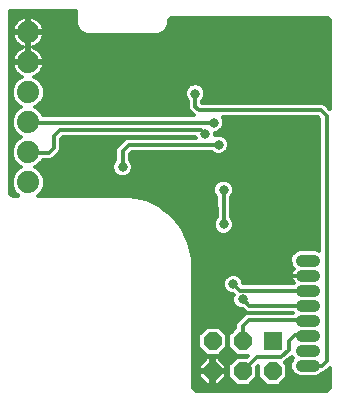
<source format=gbl>
G75*
%MOIN*%
%OFA0B0*%
%FSLAX25Y25*%
%IPPOS*%
%LPD*%
%AMOC8*
5,1,8,0,0,1.08239X$1,22.5*
%
%ADD10C,0.04000*%
%ADD11R,0.06000X0.06000*%
%ADD12OC8,0.06000*%
%ADD13C,0.07400*%
%ADD14C,0.01200*%
%ADD15C,0.03169*%
D10*
X0127438Y0017033D02*
X0131438Y0017033D01*
X0131438Y0022033D02*
X0127438Y0022033D01*
X0127438Y0027033D02*
X0131438Y0027033D01*
X0131438Y0032033D02*
X0127438Y0032033D01*
X0127438Y0037033D02*
X0131438Y0037033D01*
X0131438Y0042033D02*
X0127438Y0042033D01*
X0127438Y0047033D02*
X0131438Y0047033D01*
X0131438Y0052033D02*
X0127438Y0052033D01*
D11*
X0117725Y0025167D03*
D12*
X0107725Y0025167D03*
X0097725Y0025167D03*
X0097725Y0015167D03*
X0107725Y0015167D03*
X0117725Y0015167D03*
D13*
X0036225Y0078167D03*
X0036225Y0088167D03*
X0036225Y0098167D03*
X0036225Y0108167D03*
X0036225Y0118167D03*
X0036225Y0128167D03*
D14*
X0075449Y0072495D02*
X0080229Y0070193D01*
X0080229Y0070193D01*
X0084377Y0066885D01*
X0084377Y0066885D01*
X0087684Y0062737D01*
X0087684Y0062737D01*
X0089986Y0057957D01*
X0089986Y0057957D01*
X0091167Y0052785D01*
X0091167Y0009867D01*
X0091189Y0009643D01*
X0091361Y0009227D01*
X0091679Y0008909D01*
X0092095Y0008737D01*
X0092320Y0008715D01*
X0135627Y0008715D01*
X0135852Y0008737D01*
X0136267Y0008909D01*
X0136585Y0009227D01*
X0136757Y0009643D01*
X0136779Y0009867D01*
X0136779Y0016327D01*
X0135451Y0014998D01*
X0134569Y0014633D01*
X0134412Y0014633D01*
X0133590Y0013811D01*
X0132194Y0013233D01*
X0126682Y0013233D01*
X0125285Y0013811D01*
X0124216Y0014880D01*
X0123638Y0016277D01*
X0123638Y0017789D01*
X0124216Y0019185D01*
X0124564Y0019533D01*
X0124216Y0019880D01*
X0124213Y0019889D01*
X0121973Y0018120D01*
X0121766Y0017914D01*
X0122525Y0017155D01*
X0122525Y0013178D01*
X0119713Y0010367D01*
X0115737Y0010367D01*
X0112925Y0013178D01*
X0112925Y0016973D01*
X0112525Y0016573D01*
X0112525Y0013178D01*
X0109713Y0010367D01*
X0105737Y0010367D01*
X0102925Y0013178D01*
X0102925Y0017155D01*
X0105737Y0019967D01*
X0109131Y0019967D01*
X0109531Y0020367D01*
X0105737Y0020367D01*
X0102925Y0023178D01*
X0102925Y0027155D01*
X0105282Y0029512D01*
X0105282Y0030601D01*
X0105647Y0031483D01*
X0106322Y0032158D01*
X0106322Y0032158D01*
X0107690Y0033526D01*
X0108366Y0034201D01*
X0109248Y0034567D01*
X0124530Y0034567D01*
X0124464Y0034633D01*
X0109382Y0034633D01*
X0108499Y0034998D01*
X0107715Y0035782D01*
X0107052Y0035782D01*
X0105808Y0036298D01*
X0104856Y0037250D01*
X0104341Y0038493D01*
X0104341Y0039840D01*
X0104712Y0040736D01*
X0104615Y0040832D01*
X0103952Y0040832D01*
X0102708Y0041348D01*
X0101756Y0042300D01*
X0101241Y0043543D01*
X0101241Y0044890D01*
X0101756Y0046134D01*
X0102708Y0047086D01*
X0103952Y0047601D01*
X0105298Y0047601D01*
X0106542Y0047086D01*
X0107494Y0046134D01*
X0108009Y0044890D01*
X0108009Y0044433D01*
X0124464Y0044433D01*
X0124705Y0044674D01*
X0124641Y0044738D01*
X0124247Y0045328D01*
X0123976Y0045983D01*
X0123838Y0046678D01*
X0123838Y0047033D01*
X0131438Y0047033D01*
X0131438Y0047033D01*
X0123838Y0047033D01*
X0123838Y0047387D01*
X0123976Y0048083D01*
X0124247Y0048738D01*
X0124641Y0049328D01*
X0124705Y0049391D01*
X0124216Y0049880D01*
X0123638Y0051277D01*
X0123638Y0052789D01*
X0124216Y0054185D01*
X0125285Y0055254D01*
X0126682Y0055833D01*
X0132194Y0055833D01*
X0133325Y0055364D01*
X0133325Y0099173D01*
X0132731Y0099767D01*
X0101134Y0099767D01*
X0101559Y0098740D01*
X0101559Y0097393D01*
X0101044Y0096150D01*
X0100092Y0095198D01*
X0098848Y0094682D01*
X0098609Y0094682D01*
X0098609Y0093868D01*
X0099052Y0094051D01*
X0100398Y0094051D01*
X0101642Y0093536D01*
X0102594Y0092584D01*
X0103109Y0091340D01*
X0103109Y0089993D01*
X0102594Y0088750D01*
X0101642Y0087798D01*
X0100398Y0087282D01*
X0099052Y0087282D01*
X0097808Y0087798D01*
X0097339Y0088267D01*
X0070719Y0088267D01*
X0070125Y0087673D01*
X0070125Y0085553D01*
X0070594Y0085084D01*
X0071109Y0083840D01*
X0071109Y0082493D01*
X0070594Y0081250D01*
X0069642Y0080298D01*
X0068398Y0079782D01*
X0067052Y0079782D01*
X0065808Y0080298D01*
X0064856Y0081250D01*
X0064341Y0082493D01*
X0064341Y0083840D01*
X0064856Y0085084D01*
X0065325Y0085553D01*
X0065325Y0089144D01*
X0065690Y0090026D01*
X0066366Y0090701D01*
X0068366Y0092701D01*
X0069248Y0093067D01*
X0092059Y0093067D01*
X0091976Y0093267D01*
X0047719Y0093267D01*
X0047125Y0092673D01*
X0047125Y0089189D01*
X0046760Y0088307D01*
X0046085Y0087632D01*
X0045083Y0086630D01*
X0044407Y0085955D01*
X0043525Y0085589D01*
X0041111Y0085589D01*
X0040888Y0085051D01*
X0039341Y0083504D01*
X0038526Y0083167D01*
X0039341Y0082829D01*
X0040888Y0081282D01*
X0041725Y0079261D01*
X0041725Y0077073D01*
X0040888Y0075051D01*
X0039512Y0073675D01*
X0070277Y0073675D01*
X0075449Y0072495D01*
X0075449Y0072495D01*
X0074701Y0072665D02*
X0098988Y0072665D01*
X0098985Y0073249D02*
X0099015Y0066492D01*
X0098556Y0066034D01*
X0098041Y0064790D01*
X0098041Y0063443D01*
X0098556Y0062200D01*
X0099508Y0061248D01*
X0100752Y0060732D01*
X0102098Y0060732D01*
X0103342Y0061248D01*
X0104294Y0062200D01*
X0104809Y0063443D01*
X0104809Y0064790D01*
X0104294Y0066034D01*
X0103815Y0066513D01*
X0103785Y0073270D01*
X0104244Y0073729D01*
X0104759Y0074973D01*
X0104759Y0076319D01*
X0104244Y0077563D01*
X0103292Y0078515D01*
X0102048Y0079030D01*
X0100702Y0079030D01*
X0099458Y0078515D01*
X0098506Y0077563D01*
X0097991Y0076319D01*
X0097991Y0074973D01*
X0098506Y0073729D01*
X0098985Y0073249D01*
X0098450Y0073864D02*
X0039701Y0073864D01*
X0040892Y0075062D02*
X0097991Y0075062D01*
X0097991Y0076261D02*
X0041389Y0076261D01*
X0041725Y0077459D02*
X0098463Y0077459D01*
X0099804Y0078658D02*
X0041725Y0078658D01*
X0041478Y0079856D02*
X0066873Y0079856D01*
X0068577Y0079856D02*
X0133325Y0079856D01*
X0133325Y0078658D02*
X0102946Y0078658D01*
X0104287Y0077459D02*
X0133325Y0077459D01*
X0133325Y0076261D02*
X0104759Y0076261D01*
X0104759Y0075062D02*
X0133325Y0075062D01*
X0133325Y0073864D02*
X0104300Y0073864D01*
X0103788Y0072665D02*
X0133325Y0072665D01*
X0133325Y0071467D02*
X0103793Y0071467D01*
X0103798Y0070268D02*
X0133325Y0070268D01*
X0133325Y0069070D02*
X0103804Y0069070D01*
X0103809Y0067871D02*
X0133325Y0067871D01*
X0133325Y0066673D02*
X0103814Y0066673D01*
X0104526Y0065474D02*
X0133325Y0065474D01*
X0133325Y0064276D02*
X0104809Y0064276D01*
X0104658Y0063077D02*
X0133325Y0063077D01*
X0133325Y0061879D02*
X0103973Y0061879D01*
X0101425Y0064117D02*
X0101375Y0075646D01*
X0098993Y0071467D02*
X0077583Y0071467D01*
X0080072Y0070268D02*
X0098998Y0070268D01*
X0099004Y0069070D02*
X0081637Y0069070D01*
X0083140Y0067871D02*
X0099009Y0067871D01*
X0099014Y0066673D02*
X0084546Y0066673D01*
X0085502Y0065474D02*
X0098324Y0065474D01*
X0098041Y0064276D02*
X0086457Y0064276D01*
X0087413Y0063077D02*
X0098192Y0063077D01*
X0098877Y0061879D02*
X0088098Y0061879D01*
X0088675Y0060680D02*
X0133325Y0060680D01*
X0133325Y0059482D02*
X0089252Y0059482D01*
X0089829Y0058283D02*
X0133325Y0058283D01*
X0133325Y0057085D02*
X0090185Y0057085D01*
X0090459Y0055886D02*
X0133325Y0055886D01*
X0124719Y0054688D02*
X0090733Y0054688D01*
X0091006Y0053489D02*
X0123928Y0053489D01*
X0123638Y0052291D02*
X0091167Y0052291D01*
X0091167Y0051092D02*
X0123714Y0051092D01*
X0124211Y0049894D02*
X0091167Y0049894D01*
X0091167Y0048695D02*
X0124230Y0048695D01*
X0123859Y0047497D02*
X0105550Y0047497D01*
X0103700Y0047497D02*
X0091167Y0047497D01*
X0091167Y0046298D02*
X0101921Y0046298D01*
X0101328Y0045100D02*
X0091167Y0045100D01*
X0091167Y0043901D02*
X0101241Y0043901D01*
X0101589Y0042703D02*
X0091167Y0042703D01*
X0091167Y0041504D02*
X0102552Y0041504D01*
X0104534Y0040306D02*
X0091167Y0040306D01*
X0091167Y0039107D02*
X0104341Y0039107D01*
X0104583Y0037909D02*
X0091167Y0037909D01*
X0091167Y0036710D02*
X0105396Y0036710D01*
X0107986Y0035512D02*
X0091167Y0035512D01*
X0091167Y0034313D02*
X0108635Y0034313D01*
X0107279Y0033115D02*
X0091167Y0033115D01*
X0091167Y0031916D02*
X0106080Y0031916D01*
X0105330Y0030718D02*
X0091167Y0030718D01*
X0091167Y0029519D02*
X0095289Y0029519D01*
X0095737Y0029967D02*
X0092925Y0027155D01*
X0092925Y0023178D01*
X0095737Y0020367D01*
X0099713Y0020367D01*
X0102525Y0023178D01*
X0102525Y0027155D01*
X0099713Y0029967D01*
X0095737Y0029967D01*
X0094091Y0028321D02*
X0091167Y0028321D01*
X0091167Y0027122D02*
X0092925Y0027122D01*
X0092925Y0025923D02*
X0091167Y0025923D01*
X0091167Y0024725D02*
X0092925Y0024725D01*
X0092925Y0023526D02*
X0091167Y0023526D01*
X0091167Y0022328D02*
X0093776Y0022328D01*
X0094974Y0021129D02*
X0091167Y0021129D01*
X0091167Y0019931D02*
X0105701Y0019931D01*
X0104974Y0021129D02*
X0100476Y0021129D01*
X0099630Y0019767D02*
X0098125Y0019767D01*
X0098125Y0015567D01*
X0097325Y0015567D01*
X0097325Y0019767D01*
X0095820Y0019767D01*
X0093125Y0017072D01*
X0093125Y0015567D01*
X0097325Y0015567D01*
X0097325Y0014767D01*
X0093125Y0014767D01*
X0093125Y0013261D01*
X0095820Y0010567D01*
X0097325Y0010567D01*
X0097325Y0014767D01*
X0098125Y0014767D01*
X0098125Y0015567D01*
X0102325Y0015567D01*
X0102325Y0017072D01*
X0099630Y0019767D01*
X0100665Y0018732D02*
X0104503Y0018732D01*
X0103304Y0017534D02*
X0101863Y0017534D01*
X0102325Y0016335D02*
X0102925Y0016335D01*
X0102925Y0015137D02*
X0098125Y0015137D01*
X0098125Y0014767D02*
X0102325Y0014767D01*
X0102325Y0013261D01*
X0099630Y0010567D01*
X0098125Y0010567D01*
X0098125Y0014767D01*
X0098125Y0013938D02*
X0097325Y0013938D01*
X0097325Y0012740D02*
X0098125Y0012740D01*
X0098125Y0011541D02*
X0097325Y0011541D01*
X0100605Y0011541D02*
X0104562Y0011541D01*
X0103364Y0012740D02*
X0101804Y0012740D01*
X0102325Y0013938D02*
X0102925Y0013938D01*
X0098125Y0016335D02*
X0097325Y0016335D01*
X0097325Y0015137D02*
X0091167Y0015137D01*
X0091167Y0016335D02*
X0093125Y0016335D01*
X0093587Y0017534D02*
X0091167Y0017534D01*
X0091167Y0018732D02*
X0094785Y0018732D01*
X0097325Y0018732D02*
X0098125Y0018732D01*
X0098125Y0017534D02*
X0097325Y0017534D01*
X0101675Y0022328D02*
X0103776Y0022328D01*
X0102925Y0023526D02*
X0102525Y0023526D01*
X0102525Y0024725D02*
X0102925Y0024725D01*
X0102925Y0025923D02*
X0102525Y0025923D01*
X0102525Y0027122D02*
X0102925Y0027122D01*
X0104091Y0028321D02*
X0101359Y0028321D01*
X0100161Y0029519D02*
X0105282Y0029519D01*
X0107682Y0030123D02*
X0107682Y0025210D01*
X0107725Y0025167D01*
X0107682Y0030123D02*
X0109725Y0032167D01*
X0131304Y0032167D01*
X0131438Y0032033D01*
X0131304Y0027167D02*
X0125225Y0027167D01*
X0123225Y0025167D01*
X0123225Y0022167D01*
X0120375Y0019917D01*
X0112475Y0019917D01*
X0107725Y0015167D01*
X0107922Y0015167D01*
X0112525Y0015137D02*
X0112925Y0015137D01*
X0112925Y0016335D02*
X0112525Y0016335D01*
X0112525Y0013938D02*
X0112925Y0013938D01*
X0113364Y0012740D02*
X0112086Y0012740D01*
X0110888Y0011541D02*
X0114562Y0011541D01*
X0120888Y0011541D02*
X0136779Y0011541D01*
X0136779Y0010343D02*
X0091167Y0010343D01*
X0091167Y0011541D02*
X0094845Y0011541D01*
X0093646Y0012740D02*
X0091167Y0012740D01*
X0091167Y0013938D02*
X0093125Y0013938D01*
X0091444Y0009144D02*
X0136502Y0009144D01*
X0136779Y0012740D02*
X0122086Y0012740D01*
X0122525Y0013938D02*
X0125158Y0013938D01*
X0124110Y0015137D02*
X0122525Y0015137D01*
X0122525Y0016335D02*
X0123638Y0016335D01*
X0123638Y0017534D02*
X0122146Y0017534D01*
X0122748Y0018732D02*
X0124029Y0018732D01*
X0131438Y0017033D02*
X0134091Y0017033D01*
X0135725Y0018667D01*
X0135725Y0100167D01*
X0133725Y0102167D01*
X0093129Y0102167D01*
X0091926Y0103370D01*
X0091926Y0107266D01*
X0091925Y0107717D01*
X0094326Y0105331D02*
X0094794Y0105800D01*
X0095309Y0107043D01*
X0095309Y0108390D01*
X0094794Y0109634D01*
X0093842Y0110586D01*
X0092598Y0111101D01*
X0091252Y0111101D01*
X0090008Y0110586D01*
X0089056Y0109634D01*
X0088541Y0108390D01*
X0088541Y0107043D01*
X0089056Y0105800D01*
X0089526Y0105330D01*
X0089526Y0102892D01*
X0089891Y0102010D01*
X0090566Y0101335D01*
X0091435Y0100467D01*
X0041226Y0100467D01*
X0040888Y0101282D01*
X0039341Y0102829D01*
X0038526Y0103167D01*
X0039341Y0103504D01*
X0040888Y0105051D01*
X0041725Y0107073D01*
X0041725Y0109261D01*
X0040888Y0111282D01*
X0039341Y0112829D01*
X0038284Y0113267D01*
X0039003Y0113634D01*
X0039678Y0114124D01*
X0040268Y0114714D01*
X0040758Y0115389D01*
X0041137Y0116132D01*
X0041395Y0116926D01*
X0041525Y0117750D01*
X0041525Y0117767D01*
X0036625Y0117767D01*
X0036625Y0118567D01*
X0035825Y0118567D01*
X0035825Y0122867D01*
X0035825Y0127767D01*
X0030925Y0127767D01*
X0030925Y0127750D01*
X0031056Y0126926D01*
X0031313Y0126132D01*
X0031692Y0125389D01*
X0032182Y0124714D01*
X0032772Y0124124D01*
X0033447Y0123634D01*
X0034191Y0123255D01*
X0034462Y0123167D01*
X0034191Y0123078D01*
X0033447Y0122700D01*
X0032772Y0122209D01*
X0032182Y0121619D01*
X0031692Y0120944D01*
X0031313Y0120201D01*
X0031056Y0119408D01*
X0030925Y0118584D01*
X0030925Y0118567D01*
X0035825Y0118567D01*
X0035825Y0117767D01*
X0030925Y0117767D01*
X0030925Y0117750D01*
X0031056Y0116926D01*
X0031313Y0116132D01*
X0031692Y0115389D01*
X0032182Y0114714D01*
X0032772Y0114124D01*
X0033447Y0113634D01*
X0034167Y0113267D01*
X0033110Y0112829D01*
X0031562Y0111282D01*
X0030725Y0109261D01*
X0030725Y0107073D01*
X0031562Y0105051D01*
X0033110Y0103504D01*
X0033924Y0103167D01*
X0033110Y0102829D01*
X0031562Y0101282D01*
X0030725Y0099261D01*
X0030725Y0097073D01*
X0031562Y0095051D01*
X0033110Y0093504D01*
X0033924Y0093167D01*
X0033110Y0092829D01*
X0031562Y0091282D01*
X0030725Y0089261D01*
X0030725Y0087073D01*
X0031562Y0085051D01*
X0033110Y0083504D01*
X0033924Y0083167D01*
X0033110Y0082829D01*
X0031562Y0081282D01*
X0030725Y0079261D01*
X0030725Y0077073D01*
X0031562Y0075051D01*
X0032938Y0073675D01*
X0031296Y0073675D01*
X0031071Y0073697D01*
X0031071Y0073697D01*
X0030655Y0073870D01*
X0030337Y0074188D01*
X0030165Y0074603D01*
X0030143Y0074828D01*
X0030143Y0135167D01*
X0052134Y0135167D01*
X0052134Y0130969D01*
X0052857Y0129222D01*
X0054194Y0127885D01*
X0054194Y0127885D01*
X0055941Y0127162D01*
X0079485Y0127162D01*
X0081232Y0127885D01*
X0082569Y0129222D01*
X0082569Y0129222D01*
X0083293Y0130969D01*
X0083293Y0131915D01*
X0083315Y0132140D01*
X0083487Y0132555D01*
X0083805Y0132873D01*
X0084221Y0133045D01*
X0084446Y0133067D01*
X0135627Y0133067D01*
X0135852Y0133045D01*
X0136267Y0132873D01*
X0136585Y0132555D01*
X0136757Y0132140D01*
X0136779Y0131915D01*
X0136779Y0102506D01*
X0135760Y0103526D01*
X0135085Y0104201D01*
X0134202Y0104567D01*
X0094326Y0104567D01*
X0094326Y0105331D01*
X0094326Y0105025D02*
X0136779Y0105025D01*
X0136779Y0103827D02*
X0135459Y0103827D01*
X0136658Y0102628D02*
X0136779Y0102628D01*
X0136779Y0106224D02*
X0094970Y0106224D01*
X0095309Y0107422D02*
X0136779Y0107422D01*
X0136779Y0108621D02*
X0095214Y0108621D01*
X0094608Y0109819D02*
X0136779Y0109819D01*
X0136779Y0111018D02*
X0092799Y0111018D01*
X0091051Y0111018D02*
X0040997Y0111018D01*
X0041494Y0109819D02*
X0089242Y0109819D01*
X0088636Y0108621D02*
X0041725Y0108621D01*
X0041725Y0107422D02*
X0088541Y0107422D01*
X0088880Y0106224D02*
X0041373Y0106224D01*
X0040862Y0105025D02*
X0089526Y0105025D01*
X0089526Y0103827D02*
X0039663Y0103827D01*
X0039542Y0102628D02*
X0089635Y0102628D01*
X0090472Y0101430D02*
X0040740Y0101430D01*
X0036225Y0098167D02*
X0036225Y0098067D01*
X0098175Y0098067D01*
X0101245Y0096636D02*
X0133325Y0096636D01*
X0133325Y0097834D02*
X0101559Y0097834D01*
X0101438Y0099033D02*
X0133325Y0099033D01*
X0133325Y0095437D02*
X0100332Y0095437D01*
X0098609Y0094239D02*
X0133325Y0094239D01*
X0133325Y0093040D02*
X0102138Y0093040D01*
X0102901Y0091842D02*
X0133325Y0091842D01*
X0133325Y0090643D02*
X0103109Y0090643D01*
X0102882Y0089445D02*
X0133325Y0089445D01*
X0133325Y0088246D02*
X0102091Y0088246D01*
X0099725Y0090667D02*
X0069725Y0090667D01*
X0067725Y0088667D01*
X0067725Y0083167D01*
X0070774Y0084651D02*
X0133325Y0084651D01*
X0133325Y0085849D02*
X0070125Y0085849D01*
X0070125Y0087048D02*
X0133325Y0087048D01*
X0133325Y0083452D02*
X0071109Y0083452D01*
X0071010Y0082254D02*
X0133325Y0082254D01*
X0133325Y0081055D02*
X0070399Y0081055D01*
X0065051Y0081055D02*
X0040982Y0081055D01*
X0039916Y0082254D02*
X0064440Y0082254D01*
X0064341Y0083452D02*
X0039215Y0083452D01*
X0040487Y0084651D02*
X0064677Y0084651D01*
X0065325Y0085849D02*
X0044152Y0085849D01*
X0045500Y0087048D02*
X0065325Y0087048D01*
X0065325Y0088246D02*
X0046699Y0088246D01*
X0047125Y0089445D02*
X0065450Y0089445D01*
X0066307Y0090643D02*
X0047125Y0090643D01*
X0047125Y0091842D02*
X0067506Y0091842D01*
X0069184Y0093040D02*
X0047493Y0093040D01*
X0046725Y0095667D02*
X0044725Y0093667D01*
X0044725Y0089667D01*
X0043048Y0087989D01*
X0036402Y0087989D01*
X0036225Y0088167D01*
X0030725Y0088246D02*
X0030143Y0088246D01*
X0030143Y0087048D02*
X0030735Y0087048D01*
X0031232Y0085849D02*
X0030143Y0085849D01*
X0030143Y0084651D02*
X0031963Y0084651D01*
X0033235Y0083452D02*
X0030143Y0083452D01*
X0030143Y0082254D02*
X0032534Y0082254D01*
X0031468Y0081055D02*
X0030143Y0081055D01*
X0030143Y0079856D02*
X0030972Y0079856D01*
X0030725Y0078658D02*
X0030143Y0078658D01*
X0030143Y0077459D02*
X0030725Y0077459D01*
X0031061Y0076261D02*
X0030143Y0076261D01*
X0030143Y0075062D02*
X0031558Y0075062D01*
X0030669Y0073864D02*
X0032750Y0073864D01*
X0030801Y0089445D02*
X0030143Y0089445D01*
X0030143Y0090643D02*
X0031298Y0090643D01*
X0032122Y0091842D02*
X0030143Y0091842D01*
X0030143Y0093040D02*
X0033618Y0093040D01*
X0032375Y0094239D02*
X0030143Y0094239D01*
X0030143Y0095437D02*
X0031403Y0095437D01*
X0030906Y0096636D02*
X0030143Y0096636D01*
X0030143Y0097834D02*
X0030725Y0097834D01*
X0030725Y0099033D02*
X0030143Y0099033D01*
X0030143Y0100231D02*
X0031127Y0100231D01*
X0031710Y0101430D02*
X0030143Y0101430D01*
X0030143Y0102628D02*
X0032908Y0102628D01*
X0032787Y0103827D02*
X0030143Y0103827D01*
X0030143Y0105025D02*
X0031588Y0105025D01*
X0031077Y0106224D02*
X0030143Y0106224D01*
X0030143Y0107422D02*
X0030725Y0107422D01*
X0030725Y0108621D02*
X0030143Y0108621D01*
X0030143Y0109819D02*
X0030956Y0109819D01*
X0031453Y0111018D02*
X0030143Y0111018D01*
X0030143Y0112216D02*
X0032497Y0112216D01*
X0033877Y0113415D02*
X0030143Y0113415D01*
X0030143Y0114613D02*
X0032283Y0114613D01*
X0031477Y0115812D02*
X0030143Y0115812D01*
X0030143Y0117010D02*
X0031042Y0117010D01*
X0030143Y0118209D02*
X0035825Y0118209D01*
X0036625Y0118209D02*
X0136779Y0118209D01*
X0136779Y0119407D02*
X0041395Y0119407D01*
X0041395Y0119408D02*
X0041137Y0120201D01*
X0040758Y0120944D01*
X0040268Y0121619D01*
X0039678Y0122209D01*
X0039003Y0122700D01*
X0038260Y0123078D01*
X0037988Y0123167D01*
X0038260Y0123255D01*
X0039003Y0123634D01*
X0039678Y0124124D01*
X0040268Y0124714D01*
X0040758Y0125389D01*
X0041137Y0126132D01*
X0041395Y0126926D01*
X0041525Y0127750D01*
X0041525Y0127767D01*
X0036625Y0127767D01*
X0036625Y0128567D01*
X0035825Y0128567D01*
X0035825Y0133467D01*
X0035808Y0133467D01*
X0034984Y0133336D01*
X0034191Y0133078D01*
X0033447Y0132700D01*
X0032772Y0132209D01*
X0032182Y0131619D01*
X0031692Y0130944D01*
X0031313Y0130201D01*
X0031056Y0129408D01*
X0030925Y0128584D01*
X0030925Y0128567D01*
X0035825Y0128567D01*
X0035825Y0127767D01*
X0036625Y0127767D01*
X0036625Y0118567D01*
X0041525Y0118567D01*
X0041525Y0118584D01*
X0041395Y0119408D01*
X0040931Y0120606D02*
X0136779Y0120606D01*
X0136779Y0121804D02*
X0040083Y0121804D01*
X0038408Y0123003D02*
X0136779Y0123003D01*
X0136779Y0124201D02*
X0039755Y0124201D01*
X0040764Y0125400D02*
X0136779Y0125400D01*
X0136779Y0126598D02*
X0041288Y0126598D01*
X0041525Y0128567D02*
X0041525Y0128584D01*
X0041395Y0129408D01*
X0041137Y0130201D01*
X0040758Y0130944D01*
X0040268Y0131619D01*
X0039678Y0132209D01*
X0039003Y0132700D01*
X0038260Y0133078D01*
X0037466Y0133336D01*
X0036642Y0133467D01*
X0036625Y0133467D01*
X0036625Y0128567D01*
X0041525Y0128567D01*
X0041460Y0128995D02*
X0053084Y0128995D01*
X0052857Y0129222D02*
X0052857Y0129222D01*
X0052455Y0130194D02*
X0041139Y0130194D01*
X0040433Y0131392D02*
X0052134Y0131392D01*
X0052134Y0132591D02*
X0039152Y0132591D01*
X0036625Y0132591D02*
X0035825Y0132591D01*
X0035825Y0131392D02*
X0036625Y0131392D01*
X0036625Y0130194D02*
X0035825Y0130194D01*
X0035825Y0128995D02*
X0036625Y0128995D01*
X0036625Y0127797D02*
X0054408Y0127797D01*
X0052134Y0133790D02*
X0030143Y0133790D01*
X0030143Y0134988D02*
X0052134Y0134988D01*
X0036625Y0126598D02*
X0035825Y0126598D01*
X0035825Y0125400D02*
X0036625Y0125400D01*
X0036625Y0124201D02*
X0035825Y0124201D01*
X0035825Y0123003D02*
X0036625Y0123003D01*
X0036625Y0121804D02*
X0035825Y0121804D01*
X0035825Y0120606D02*
X0036625Y0120606D01*
X0036625Y0119407D02*
X0035825Y0119407D01*
X0034043Y0123003D02*
X0030143Y0123003D01*
X0030143Y0124201D02*
X0032695Y0124201D01*
X0031686Y0125400D02*
X0030143Y0125400D01*
X0030143Y0126598D02*
X0031162Y0126598D01*
X0030143Y0127797D02*
X0035825Y0127797D01*
X0030990Y0128995D02*
X0030143Y0128995D01*
X0030143Y0130194D02*
X0031311Y0130194D01*
X0032018Y0131392D02*
X0030143Y0131392D01*
X0030143Y0132591D02*
X0033298Y0132591D01*
X0032367Y0121804D02*
X0030143Y0121804D01*
X0030143Y0120606D02*
X0031520Y0120606D01*
X0031056Y0119407D02*
X0030143Y0119407D01*
X0038573Y0113415D02*
X0136779Y0113415D01*
X0136779Y0114613D02*
X0040167Y0114613D01*
X0040974Y0115812D02*
X0136779Y0115812D01*
X0136779Y0117010D02*
X0041408Y0117010D01*
X0039954Y0112216D02*
X0136779Y0112216D01*
X0136779Y0127797D02*
X0081018Y0127797D01*
X0082342Y0128995D02*
X0136779Y0128995D01*
X0136779Y0130194D02*
X0082972Y0130194D01*
X0082569Y0129222D02*
X0082569Y0129222D01*
X0083293Y0131392D02*
X0136779Y0131392D01*
X0136549Y0132591D02*
X0083523Y0132591D01*
X0093825Y0095667D02*
X0046725Y0095667D01*
X0070699Y0088246D02*
X0097360Y0088246D01*
X0095225Y0094267D02*
X0093825Y0095667D01*
X0107330Y0046298D02*
X0123913Y0046298D01*
X0124400Y0045100D02*
X0107922Y0045100D01*
X0106809Y0042033D02*
X0104625Y0044217D01*
X0106809Y0042033D02*
X0131438Y0042033D01*
X0131438Y0037033D02*
X0109859Y0037033D01*
X0107725Y0039167D01*
X0131304Y0027167D02*
X0131438Y0027033D01*
X0135589Y0015137D02*
X0136779Y0015137D01*
X0136779Y0013938D02*
X0133717Y0013938D01*
D15*
X0107725Y0039167D03*
X0104625Y0044217D03*
X0102625Y0030717D03*
X0126275Y0058517D03*
X0126325Y0073817D03*
X0101375Y0075646D03*
X0101125Y0084217D03*
X0099725Y0090667D03*
X0095225Y0094267D03*
X0098175Y0098067D03*
X0091925Y0107717D03*
X0098125Y0112217D03*
X0081125Y0125217D03*
X0065575Y0106467D03*
X0055625Y0105717D03*
X0046625Y0103217D03*
X0046625Y0113217D03*
X0046625Y0123217D03*
X0055125Y0091217D03*
X0048125Y0079717D03*
X0067725Y0083167D03*
X0086625Y0070717D03*
X0092125Y0076217D03*
X0091720Y0083843D03*
X0111625Y0095717D03*
X0125625Y0098217D03*
X0123125Y0121217D03*
X0133625Y0121217D03*
X0133625Y0130717D03*
X0101425Y0064117D03*
X0094625Y0061717D03*
M02*

</source>
